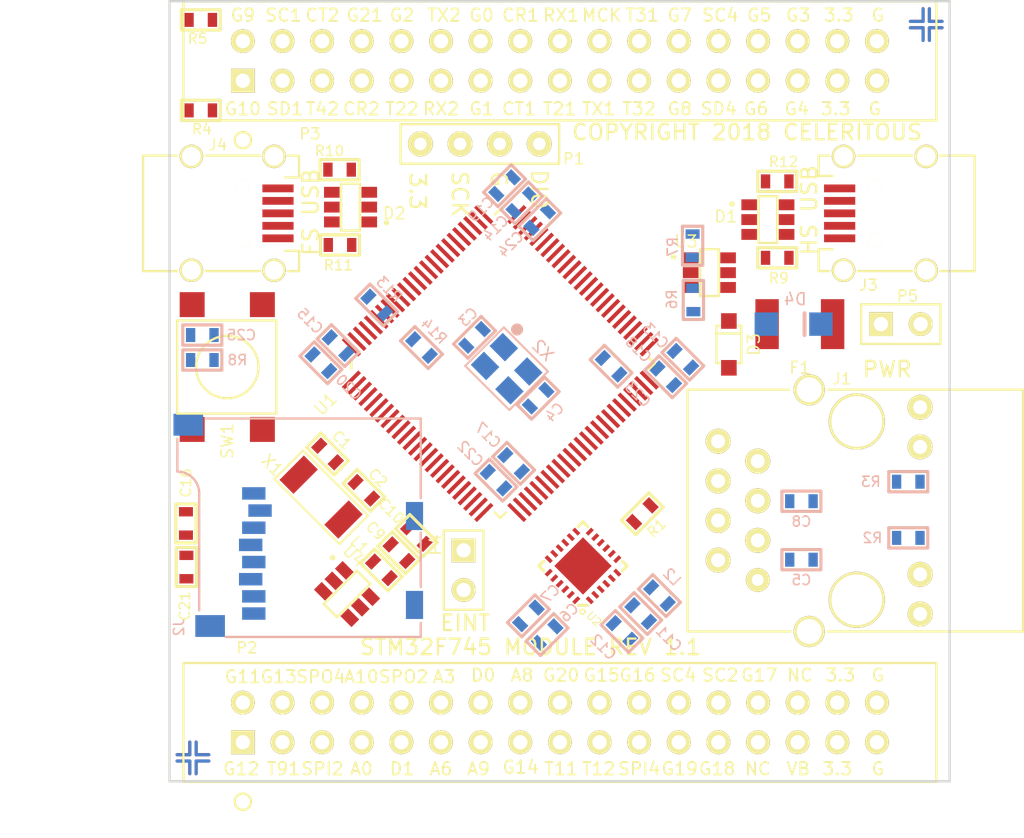
<source format=kicad_pcb>
(kicad_pcb (version 20221018) (generator pcbnew)
  (layers (0 "F.Cu" signal) (1 "In1.Cu" power "+3.3V") (2 "In2.Cu" power "GND") (31 "B.Cu" signal) (34 "B.Paste" user) (35 "F.Paste" user) (36 "B.SilkS" user "B.Silkscreen") (37 "F.SilkS" user "F.Silkscreen") (38 "B.Mask" user) (39 "F.Mask" user) (44 "Edge.Cuts" user))
  (net 0 "")
  (net 1 "/OSC32IN")
  (net 2 "GND")
  (net 3 "/OSC32OUT")
  (net 4 "/OSCHSIN")
  (net 5 "/OSCHSOUT")
  (net 6 "/USB_HS_DM")
  (net 7 "/USB_HS_DP")
  (net 8 "Net-(D1-Pad4)")
  (net 9 "Net-(D1-Pad6)")
  (net 10 "/USB_FS_DM")
  (net 11 "/USB_FS_DP")
  (net 12 "Net-(D2-Pad4)")
  (net 13 "Net-(D2-Pad6)")
  (net 14 "/SDMMC_D1")
  (net 15 "/SDMMC_D0")
  (net 16 "/SDMMC_CK")
  (net 17 "/SDMMC_CMD")
  (net 18 "/SDMMC_D3")
  (net 19 "/SDMMC_D2")
  (net 20 "/JTAG_SWDIO")
  (net 21 "/JTAG_SWCLK")
  (net 22 "/GPIO_11")
  (net 23 "/GPIO_12")
  (net 24 "/GPIO_13")
  (net 25 "/TIM9_CH1")
  (net 26 "/SPI4_MOSI")
  (net 27 "/ADC_10")
  (net 28 "/SPI2_MISO")
  (net 29 "/SPI2_MOSI")
  (net 30 "/ADC_0")
  (net 31 "/ADC_3")
  (net 32 "/DAC_1")
  (net 33 "/DAC_0")
  (net 34 "/ADC_6")
  (net 35 "/ADC_8")
  (net 36 "/ADC_9")
  (net 37 "/GPIO_20")
  (net 38 "/GPIO_14")
  (net 39 "/GPIO_15")
  (net 40 "/TIM1_CH1")
  (net 41 "/GPIO_16")
  (net 42 "/TIM1_CH2")
  (net 43 "/GPIO_17")
  (net 44 "/SPI4_MISO")
  (net 45 "/GPIO_18")
  (net 46 "/GPIO_19")
  (net 47 "/SPI2_SCK")
  (net 48 "/GPIO_9")
  (net 49 "/GPIO_10")
  (net 50 "/I2C1_SCL")
  (net 51 "/I2C1_SDA")
  (net 52 "/CAN2_TX")
  (net 53 "/TIM4_CH2")
  (net 54 "/GPIO_21")
  (net 55 "/CAN2_RX")
  (net 56 "/GPIO_2")
  (net 57 "/TIM2_CH2")
  (net 58 "/USART2_TX")
  (net 59 "/USART2_RX")
  (net 60 "/GPIO_0")
  (net 61 "/GPIO_1")
  (net 62 "/CAN1_RX")
  (net 63 "/CAN1_TX")
  (net 64 "/USART1_RX")
  (net 65 "/TIM2_CH1")
  (net 66 "/MCLKOUT")
  (net 67 "/USART1_TX")
  (net 68 "/TIM3_CH1")
  (net 69 "/TIM3_CH2")
  (net 70 "/GPIO_7")
  (net 71 "/GPIO_8")
  (net 72 "/I2C4_SCL")
  (net 73 "/I2C4_SDA")
  (net 74 "/GPIO_5")
  (net 75 "/GPIO_6")
  (net 76 "/GPIO_3")
  (net 77 "/GPIO_4")
  (net 78 "/ETH_MDC")
  (net 79 "/ETH_REF_CLK")
  (net 80 "/ETH_MDIO")
  (net 81 "/ETH_CRS_DV")
  (net 82 "/ETH_RXD0")
  (net 83 "/ETH_RXD1")
  (net 84 "/ETH_TXD0")
  (net 85 "/ETH_TXD1")
  (net 86 "Net-(J1-Pad9)")
  (net 87 "Net-(J1-Pad11)")
  (net 88 "/VBATT")
  (net 89 "/+3.3VANA")
  (net 90 "/VCAP1")
  (net 91 "/VCAP2")
  (net 92 "/ETH_RXM")
  (net 93 "/ETH_RXP")
  (net 94 "/ETH_TXM")
  (net 95 "/ETH_TXP")
  (net 96 "/ETH_TXC")
  (net 97 "Net-(C6-Pad1)")
  (net 98 "/ETH_RXC")
  (net 99 "/+3.3VETH")
  (net 100 "+3.3V")
  (net 101 "Net-(F1-Pad2)")
  (net 102 "/+3.3VEXT")
  (net 103 "/ETH_INT")
  (net 104 "Net-(R1-Pad2)")
  (net 105 "/ETH_LED")
  (net 106 "/+3.0VREF")
  (net 107 "/MCU_RST")
  (net 108 "Net-(C25-Pad1)")
  (net 109 "Net-(J3-Pad1)")
  (net 110 "Net-(J4-Pad1)")
  (net 111 "/SPI4_SCK")
  (net 112 "Net-(J1-Pad7)")
  (net 113 "Net-(J3-Pad4)")
  (net 114 "Net-(J4-Pad4)")
  (net 115 "Net-(P2-Pad27)")
  (net 116 "Net-(P2-Pad30)")
  (net 117 "/BOOT0")
  (net 118 "/ETH_TX_EN")
  (net 119 "Net-(U2-Pad7)")
  (net 120 "Net-(U2-Pad17)")
  (net 121 "/ETH_TXEN")
  (footprint "KiCad:P0603" (layer "F.Cu") (at 65.125 135.025 -45)
    (fp_text reference "C1")
    (fp_text value "12pF" hide)
  )
  (footprint "KiCad:P0603" (layer "F.Cu") (at 67.45 137.35 135)
    (fp_text reference "C2")
    (fp_text value "12pF" hide)
  )
  (footprint "KiCad:SOT23-6" (layer "F.Cu") (at 94.55 120 -90)
    (fp_text reference "D1")
    (fp_text value "USBLC6-2" hide)
  )
  (footprint "KiCad:SOT23-6" (layer "F.Cu") (at 65.4 119.2 90)
    (fp_text reference "D2")
    (fp_text value "USBLC6-2" hide)
  )
  (footprint "KiCad:CONNECTOR_ETHERNET_SI60062" (layer "F.Cu") (at 92.7 143.1 90)
    (fp_text reference "J1")
    (fp_text value "CONNECTOR_RJ45_SI-60062" hide)
  )
  (footprint "KiCad:CONN_USB_UX60-MB" (layer "F.Cu") (at 98 119.6 90)
    (fp_text reference "J3")
    (fp_text value "USB_MINI_B_SMD" hide)
  )
  (footprint "KiCad:CONN_USB_UX60-MB" (layer "F.Cu") (at 61.9 119.6 -90)
    (fp_text reference "J4")
    (fp_text value "USB_MINI_B_SMD" hide)
  )
  (footprint "KiCad:QFP_100_14X14_0.5" (layer "F.Cu") (at 76.2 129.225 45)
    (fp_text reference "U1")
    (fp_text value "STM32F745VE" hide)
  )
  (footprint "KiCad:QFN24_4X4mm_0.5mm_PWR" (layer "F.Cu") (at 81.5 142.2 135)
    (fp_text reference "U2")
    (fp_text value "KSZ8081RNA" hide)
  )
  (footprint "KiCad:SOT23-6" (layer "F.Cu") (at 90.8 123.4 -90)
    (fp_text reference "U3")
    (fp_text value "24AA02E64OT" hide)
  )
  (footprint "KiCad:XTAL_1.8X4.9mm" (layer "F.Cu") (at 63.275 136.35 -45)
    (fp_text reference "X1")
    (fp_text value "ABS10-32.768kHz" hide)
  )
  (footprint "KiCad:Header_2x17_Shrouded_100mil" (layer "F.Cu") (at 59.7 153.5)
    (fp_text reference "P2")
    (fp_text value "Header_2x17" hide)
  )
  (footprint "KiCad:Header_2x17_Shrouded_100mil" (layer "F.Cu") (at 59.7 111.1)
    (fp_text reference "P3")
    (fp_text value "Header_2x17" hide)
  )
  (footprint "KiCad:P0603" (layer "F.Cu") (at 69.7 141.35 -45)
    (fp_text reference "C9")
    (fp_text value "0.10uF" hide)
  )
  (footprint "KiCad:P0603" (layer "F.Cu") (at 70.825 140.25 -45)
    (fp_text reference "C10")
    (fp_text value "10.0uF" hide)
  )
  (footprint "KiCad:P0603" (layer "F.Cu") (at 56.05 139.475 90)
    (fp_text reference "C16")
    (fp_text value "0.10uF" hide)
  )
  (footprint "KiCad:P0603" (layer "F.Cu") (at 56.08 142.27 -90)
    (fp_text reference "C21")
    (fp_text value "10.0uF" hide)
  )
  (footprint "KiCad:SOD123" (layer "F.Cu") (at 90.85 128 -90)
    (fp_text reference "D3")
    (fp_text value "SMP3V3" hide)
  )
  (footprint "KiCad:P1812" (layer "F.Cu") (at 95.4 126.7)
    (fp_text reference "F1")
    (fp_text value "FUSE_PTC_.75A_33V" hide)
  )
  (footprint "KiCad:P0603" (layer "F.Cu") (at 68.575 142.45 135)
    (fp_text reference "L1")
    (fp_text value "FERRITE_BEAD" hide)
  )
  (footprint "KiCad:Header_2x1_Shrouded_100mil" (layer "F.Cu") (at 73.85 141.2 180)
    (fp_text reference "P4")
    (fp_text value "Header_2x1" hide)
  )
  (footprint "KiCad:Header_2x1_Shrouded_100mil" (layer "F.Cu") (at 100.6 126.7 -90)
    (fp_text reference "P5")
    (fp_text value "Header_2x1" hide)
  )
  (footprint "KiCad:P0603" (layer "F.Cu") (at 85.3 138.85 -135)
    (fp_text reference "R1")
    (fp_text value "6.49kΩ" hide)
  )
  (footprint "KiCad:SOT23-6" (layer "F.Cu") (at 67.225 144.85 -135)
    (fp_text reference "U4")
    (fp_text value "MCP1501-30" hide)
  )
  (footprint "KiCad:Connector_1x4_100mil_TH" (layer "F.Cu") (at 78.7 115.15 -90)
    (fp_text reference "P1")
    (fp_text value "CONN_1x4" hide)
  )
  (footprint "Kicad:P0603" (layer "F.Cu") (at 57 113 180)
    (fp_text reference "R4")
    (fp_text value "4.70kΩ" hide)
  )
  (footprint "Kicad:P0603" (layer "F.Cu") (at 57 107.2 180)
    (fp_text reference "R5")
    (fp_text value "4.70kΩ" hide)
  )
  (footprint "Kicad:SWITCH_6MM_PB" (layer "F.Cu") (at 58.7 129.45 -90)
    (fp_text reference "SW1")
    (fp_text value "PUSHBUTTON_SPST_6MM_SMD" hide)
  )
  (footprint "Kicad:FIDUCIAL_TOP" (layer "F.Cu") (at 56.5 154.5)
    (fp_text reference "REF03" hide)
    (fp_text value "FIDUCIAL_TOP" hide)
  )
  (footprint "Kicad:FIDUCIAL_TOP" (layer "F.Cu") (at 103.5 107.5)
    (fp_text reference "REF02" hide)
    (fp_text value "FIDUCIAL_TOP" hide)
  )
  (footprint "Kicad:FIDUCIAL_BOTTOM" (layer "F.Cu") (at 56.5 154.5)
    (fp_text reference "REF04" hide)
    (fp_text value "FIDUCIAL_BOTTOM" hide)
  )
  (footprint "Kicad:FIDUCIAL_BOTTOM" (layer "F.Cu") (at 103.5 107.5)
    (fp_text reference "REF01" hide)
    (fp_text value "FIDUCIAL_BOTTOM" hide)
  )
  (footprint "Kicad:P0603" (layer "F.Cu") (at 93.95 122.45)
    (fp_text reference "R9")
    (fp_text value "ZERO_Ω" hide)
  )
  (footprint "Kicad:P0603" (layer "F.Cu") (at 65.9 116.8 180)
    (fp_text reference "R10")
    (fp_text value "ZERO_Ω" hide)
  )
  (footprint "Kicad:P0603" (layer "F.Cu") (at 65.925 121.625 180)
    (fp_text reference "R11")
    (fp_text value "1.50kΩ" hide)
  )
  (footprint "Kicad:P0603" (layer "F.Cu") (at 93.95 117.55 180)
    (fp_text reference "R12")
    (fp_text value "1.50kΩ" hide)
  )
  (footprint "KiCad:P0603" (layer "B.Cu") (at 74.55 127.55 -135)
    (fp_text reference "C3")
    (fp_text value "12pF" hide)
  )
  (footprint "KiCad:P0603" (layer "B.Cu") (at 78.625 131.45 45)
    (fp_text reference "C4")
    (fp_text value "12pF" hide)
  )
  (footprint "KiCad:XTAL_3.2X2.5" (layer "B.Cu") (at 76.425 128.175 -45)
    (fp_text reference "X2")
    (fp_text value "ABM8G-12.00MHz" hide)
  )
  (footprint "KiCad:P0603" (layer "B.Cu") (at 95.5 141.8)
    (fp_text reference "C5")
    (fp_text value "0.10uF" hide)
  )
  (footprint "KiCad:P0603" (layer "B.Cu") (at 79.2 146.6 -135)
    (fp_text reference "C6")
    (fp_text value "0.10uF" hide)
  )
  (footprint "KiCad:P0603" (layer "B.Cu") (at 78 145.4 -135)
    (fp_text reference "C7")
    (fp_text value "2.2uF" hide)
  )
  (footprint "KiCad:P0603" (layer "B.Cu") (at 95.5 138.05)
    (fp_text reference "C8")
    (fp_text value "0.10uF" hide)
  )
  (footprint "KiCad:P0603" (layer "B.Cu") (at 85.2 145.25 -45)
    (fp_text reference "C11")
    (fp_text value "0.10uF" hide)
  )
  (footprint "KiCad:P0603" (layer "B.Cu") (at 84 146.4 -45)
    (fp_text reference "C12")
    (fp_text value "10.0uF" hide)
  )
  (footprint "KiCad:P0603" (layer "B.Cu") (at 87.9 128.95 -45)
    (fp_text reference "C13")
    (fp_text value "0.10uF" hide)
  )
  (footprint "KiCad:P0603" (layer "B.Cu") (at 77.575 118.925 45)
    (fp_text reference "C14")
    (fp_text value "0.10uF" hide)
  )
  (footprint "KiCad:P0603" (layer "B.Cu") (at 65.8 128.075 135)
    (fp_text reference "C15")
    (fp_text value "0.10uF" hide)
  )
  (footprint "KiCad:P0603" (layer "B.Cu") (at 77.05 135.625 135)
    (fp_text reference "C17")
    (fp_text value "0.10uF" hide)
  )
  (footprint "KiCad:P0603" (layer "B.Cu") (at 86.8 130.075 -45)
    (fp_text reference "C18")
    (fp_text value "10.0uF" hide)
  )
  (footprint "KiCad:P0603" (layer "B.Cu") (at 76.475 117.825 45)
    (fp_text reference "C19")
    (fp_text value "10.0uF" hide)
  )
  (footprint "KiCad:P0603" (layer "B.Cu") (at 64.7 129.175 135)
    (fp_text reference "C20")
    (fp_text value "10.0uF" hide)
  )
  (footprint "KiCad:P0603" (layer "B.Cu") (at 75.925 136.7 135)
    (fp_text reference "C22")
    (fp_text value "10.0uF" hide)
  )
  (footprint "KiCad:P0603" (layer "B.Cu") (at 83.3 129.4 135)
    (fp_text reference "C23")
    (fp_text value "2.2uF" hide)
  )
  (footprint "KiCad:P0603" (layer "B.Cu") (at 78.725 120 45)
    (fp_text reference "C24")
    (fp_text value "2.2uF" hide)
  )
  (footprint "KiCad:P0603" (layer "B.Cu") (at 86.4 144.1 135)
    (fp_text reference "L2")
    (fp_text value "FERRITE_BEAD" hide)
  )
  (footprint "KiCad:P0603" (layer "B.Cu") (at 102.35 140.4)
    (fp_text reference "R2")
    (fp_text value "220.0Ω" hide)
  )
  (footprint "KiCad:P0603" (layer "B.Cu") (at 102.35 136.8)
    (fp_text reference "R3")
    (fp_text value "220.0Ω" hide)
  )
  (footprint "Kicad:CONN_SDMICRO_3M" (layer "B.Cu") (at 58.5 146.75 -90)
    (fp_text reference "J2")
    (fp_text value "SOCKET_MICRO_SD_SMT_3M" hide)
  )
  (footprint "Kicad:P0603" (layer "B.Cu") (at 57.1 127.4 180)
    (fp_text reference "C25")
    (fp_text value "0.010uF" hide)
  )
  (footprint "Kicad:MINI_SMA" (layer "B.Cu") (at 95 126.7)
    (fp_text reference "D4")
    (fp_text value "D_Small" hide)
  )
  (footprint "Kicad:P0603" (layer "B.Cu") (at 88.575 125.15 -90)
    (fp_text reference "R6")
    (fp_text value "4.70kΩ" hide)
  )
  (footprint "Kicad:P0603" (layer "B.Cu") (at 88.525 121.675 90)
    (fp_text reference "R7")
    (fp_text value "4.70kΩ" hide)
  )
  (footprint "Kicad:P0603" (layer "B.Cu") (at 57.1 129)
    (fp_text reference "R8")
    (fp_text value "4.70kΩ" hide)
  )
  (footprint "Kicad:P0603" (layer "B.Cu") (at 68.275 125.475 -45)
    (fp_text reference "R13")
    (fp_text value "ZERO_Ω" hide)
  )
  (footprint "Kicad:P0603" (layer "B.Cu") (at 71.15 128.2 -45)
    (fp_text reference "R14")
    (fp_text value "4.70kΩ" hide)
  )
  (gr_line (start 105 106) (end 55 106) (stroke (width 0.15)) (layer "Edge.Cuts"))
  (gr_line (start 105 156) (end 105 106) (stroke (width 0.15)) (layer "Edge.Cuts"))
  (gr_line (start 55 106) (end 55 156) (stroke (width 0.15)) (layer "Edge.Cuts"))
  (gr_line (start 55 156) (end 105 156) (stroke (width 0.15)) (layer "Edge.Cuts"))
  (gr_text "T22" (at 69.9 112.9) (layer "F.SilkS") (effects (font (size 0.8 0.8) (thickness 0.12))))
  (gr_text "3.3" (at 98 149.2) (layer "F.SilkS") (effects (font (size 0.8 0.8) (thickness 0.12))))
  (gr_text "G17" (at 92.8 149.2) (layer "F.SilkS") (effects (font (size 0.8 0.8) (thickness 0.12))))
  (gr_text "G5" (at 92.8 106.9) (layer "F.SilkS") (effects (font (size 0.8 0.8) (thickness 0.12))))
  (gr_text "NC" (at 92.7 155.2) (layer "F.SilkS") (effects (font (size 0.8 0.8) (thickness 0.12))))
  (gr_text "G4" (at 95.2 112.9) (layer "F.SilkS") (effects (font (size 0.8 0.8) (thickness 0.12))))
  (gr_text "SPO4" (at 64.7 149.3) (layer "F.SilkS") (effects (font (size 0.8 0.8) (thickness 0.12))))
  (gr_text "SD1" (at 62.4 112.9) (layer "F.SilkS") (effects (font (size 0.8 0.8) (thickness 0.12))))
  (gr_text "COPYRIGHT 2018 CELERITOUS " (at 80.7 114.4) (layer "F.SilkS") (effects (font (size 1 1)) (justify left)))
  (gr_text "A6" (at 72.4 155.2) (layer "F.SilkS") (effects (font (size 0.8 0.8) (thickness 0.12))))
  (gr_text "T11" (at 80.1 155.2) (layer "F.SilkS") (effects (font (size 0.8 0.8) (thickness 0.12))))
  (gr_text "G13" (at 62 149.3) (layer "F.SilkS") (effects (font (size 0.8 0.8) (thickness 0.12))))
  (gr_text "SC2" (at 90.3 149.2) (layer "F.SilkS") (effects (font (size 0.8 0.8) (thickness 0.12))))
  (gr_text "G3" (at 95.3 106.9) (layer "F.SilkS") (effects (font (size 0.8 0.8) (thickness 0.12))))
  (gr_text "G0" (at 75 106.9) (layer "F.SilkS") (effects (font (size 0.8 0.8) (thickness 0.12))))
  (gr_text "G1" (at 75 112.9) (layer "F.SilkS") (effects (font (size 0.8 0.8) (thickness 0.12))))
  (gr_text "SPO2" (at 70 149.3) (layer "F.SilkS") (effects (font (size 0.8 0.8) (thickness 0.12))))
  (gr_text "3.3" (at 97.8 155.2) (layer "F.SilkS") (effects (font (size 0.8 0.8) (thickness 0.12))))
  (gr_text "PWR" (at 101 129.6) (layer "F.SilkS") (effects (font (size 1 1))))
  (gr_text "DIO" (at 78.7 116.7 270) (layer "F.SilkS") (effects (font (size 1 1)) (justify left)))
  (gr_text "CT1" (at 77.4 112.9) (layer "F.SilkS") (effects (font (size 0.8 0.8) (thickness 0.12))))
  (gr_text "G7" (at 87.7 106.9) (layer "F.SilkS") (effects (font (size 0.8 0.8) (thickness 0.12))))
  (gr_text "VB" (at 95.3 155.2) (layer "F.SilkS") (effects (font (size 0.8 0.8) (thickness 0.12))))
  (gr_text "T31" (at 85.3 106.9) (layer "F.SilkS") (effects (font (size 0.8 0.8) (thickness 0.12))))
  (gr_text "G" (at 76.1 116.8 270) (layer "F.SilkS") (effects (font (size 1 1)) (justify left)))
  (gr_text "TX2" (at 72.6 106.9) (layer "F.SilkS") (effects (font (size 0.8 0.8) (thickness 0.12))))
  (gr_text "G" (at 100.4 155.2) (layer "F.SilkS") (effects (font (size 0.8 0.8) (thickness 0.12))))
  (gr_text "TX1" (at 82.5 112.9) (layer "F.SilkS") (effects (font (size 0.8 0.8) (thickness 0.12))))
  (gr_text "SPI4" (at 85.1 155.2) (layer "F.SilkS") (effects (font (size 0.8 0.8) (thickness 0.12))))
  (gr_text "G" (at 100.4 149.2) (layer "F.SilkS") (effects (font (size 0.8 0.8) (thickness 0.12))))
  (gr_text "3.3" (at 97.9 106.9) (layer "F.SilkS") (effects (font (size 0.8 0.8) (thickness 0.12))))
  (gr_text "T21" (at 80 112.9) (layer "F.SilkS") (effects (font (size 0.8 0.8) (thickness 0.12))))
  (gr_text "RX1" (at 80.1 106.9) (layer "F.SilkS") (effects (font (size 0.8 0.8) (thickness 0.12))))
  (gr_text "G9" (at 59.7 106.9) (layer "F.SilkS") (effects (font (size 0.8 0.8) (thickness 0.12))))
  (gr_text "G12" (at 59.6 155.2) (layer "F.SilkS") (effects (font (size 0.8 0.8) (thickness 0.12))))
  (gr_text "SC4" (at 87.6 149.2) (layer "F.SilkS") (effects (font (size 0.8 0.8) (thickness 0.12))))
  (gr_text "NC" (at 95.4 149.2) (layer "F.SilkS") (effects (font (size 0.8 0.8) (thickness 0.12))))
  (gr_text "G16" (at 85 149.2) (layer "F.SilkS") (effects (font (size 0.8 0.8) (thickness 0.12))))
  (gr_text "SPI2" (at 64.8 155.2) (layer "F.SilkS") (effects (font (size 0.8 0.8) (thickness 0.12))))
  (gr_text "CR1" (at 77.5 106.9) (layer "F.SilkS") (effects (font (size 0.8 0.8) (thickness 0.12))))
  (gr_text "G14" (at 77.5 155.1) (layer "F.SilkS") (effects (font (size 0.8 0.8) (thickness 0.12))))
  (gr_text "MCK" (at 82.7 106.9) (layer "F.SilkS") (effects (font (size 0.8 0.8) (thickness 0.12))))
  (gr_text "A0" (at 67.3 155.2) (layer "F.SilkS") (effects (font (size 0.8 0.8) (thickness 0.12))))
  (gr_text "SD4" (at 90.2 112.9) (layer "F.SilkS") (effects (font (size 0.8 0.8) (thickness 0.12))))
  (gr_text "3.3" (at 97.7 112.9) (layer "F.SilkS") (effects (font (size 0.8 0.8) (thickness 0.12))))
  (gr_text "T42" (at 64.8 112.9) (layer "F.SilkS") (effects (font (size 0.8 0.8) (thickness 0.12))))
  (gr_text "A9" (at 74.8 155.2) (layer "F.SilkS") (effects (font (size 0.8 0.8) (thickness 0.12))))
  (gr_text "SC4" (at 90.3 106.9) (layer "F.SilkS") (effects (font (size 0.8 0.8) (thickness 0.12))))
  (gr_text "G19" (at 87.7 155.2) (layer "F.SilkS") (effects (font (size 0.8 0.8) (thickness 0.12))))
  (gr_text "SC1" (at 62.3 106.9) (layer "F.SilkS") (effects (font (size 0.8 0.8) (thickness 0.12))))
  (gr_text "T91" (at 62.3 155.2) (layer "F.SilkS") (effects (font (size 0.8 0.8) (thickness 0.12))))
  (gr_text "T12" (at 82.5 155.2) (layer "F.SilkS") (effects (font (size 0.8 0.8) (thickness 0.12))))
  (gr_text "A3" (at 72.6 149.3) (layer "F.SilkS") (effects (font (size 0.8 0.8) (thickness 0.12))))
  (gr_text "HS USB" (at 96 119.4 90) (layer "F.SilkS") (effects (font (size 1 1))))
  (gr_text "EINT" (at 73.95 145.85) (layer "F.SilkS") (effects (font (size 1 1))))
  (gr_text "A10" (at 67.3 149.3) (layer "F.SilkS") (effects (font (size 0.8 0.8) (thickness 0.12))))
  (gr_text "G2" (at 69.9 106.9) (layer "F.SilkS") (effects (font (size 0.8 0.8) (thickness 0.12))))
  (gr_text "G11" (at 59.7 149.3) (layer "F.SilkS") (effects (font (size 0.8 0.8) (thickness 0.12))))
  (gr_text "G8" (at 87.7 112.9) (layer "F.SilkS") (effects (font (size 0.8 0.8) (thickness 0.12))))
  (gr_text "G6" (at 92.6 112.9) (layer "F.SilkS") (effects (font (size 0.8 0.8) (thickness 0.12))))
  (gr_text "RX2" (at 72.4 112.9) (layer "F.SilkS") (effects (font (size 0.8 0.8) (thickness 0.12))))
  (gr_text "STM32F745 MODULE REV 1.1" (at 67.1 147.4) (layer "F.SilkS") (effects (font (size 1 1)) (justify left)))
  (gr_text "G21" (at 67.5 106.9) (layer "F.SilkS") (effects (font (size 0.8 0.8) (thickness 0.12))))
  (gr_text "CR2" (at 67.3 112.9) (layer "F.SilkS") (effects (font (size 0.8 0.8) (thickness 0.12))))
  (gr_text "D1" (at 69.9 155.2) (layer "F.SilkS") (effects (font (size 0.8 0.8) (thickness 0.12))))
  (gr_text "G" (at 100.2 112.9) (layer "F.SilkS") (effects (font (size 0.8 0.8) (thickness 0.12))))
  (gr_text "G" (at 100.4 106.9) (layer "F.SilkS") (effects (font (size 0.8 0.8) (thickness 0.12))))
  (gr_text "G20" (at 80.1 149.2) (layer "F.SilkS") (effects (font (size 0.8 0.8) (thickness 0.12))))
  (gr_text "CT2" (at 64.8 106.9) (layer "F.SilkS") (effects (font (size 0.8 0.8) (thickness 0.12))))
  (gr_text "D0" (at 75.1 149.2) (layer "F.SilkS") (effects (font (size 0.8 0.8) (thickness 0.12))))
  (gr_text "G15" (at 82.7 149.2) (layer "F.SilkS") (effects (font (size 0.8 0.8) (thickness 0.12))))
  (gr_text "G10" (at 59.7 112.9) (layer "F.SilkS") (effects (font (size 0.8 0.8) (thickness 0.12))))
  (gr_text "FS USB" (at 64.05 119.525 90) (layer "F.SilkS") (effects (font (size 1 1))))
  (gr_text "G18" (at 90.1 155.2) (layer "F.SilkS") (effects (font (size 0.8 0.8) (thickness 0.12))))
  (gr_text "A8" (at 77.6 149.2) (layer "F.SilkS") (effects (font (size 0.8 0.8) (thickness 0.12))))
  (gr_text "3.3" (at 70.9 116.9 270) (layer "F.SilkS") (effects (font (size 1 1)) (justify left)))
  (gr_text "SCK" (at 73.6 116.8 270) (layer "F.SilkS") (effects (font (size 1 1)) (justify left)))
  (gr_text "T32" (at 85.1 112.9) (layer "F.SilkS") (effects (font (size 0.8 0.8) (thickness 0.12))))
)
</source>
